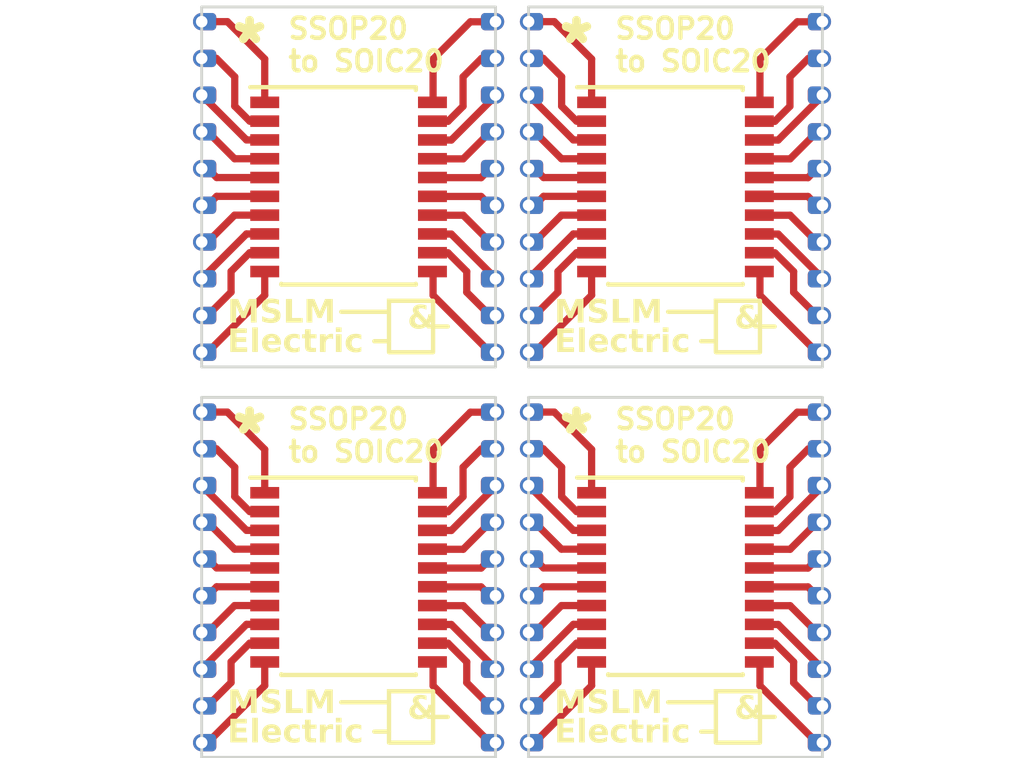
<source format=kicad_pcb>
(kicad_pcb (version 20221018) (generator pcbnew)
  (layers (0 "F.Cu" signal) (31 "B.Cu" signal) (34 "B.Paste" user) (35 "F.Paste" user) (36 "B.SilkS" user "B.Silkscreen") (37 "F.SilkS" user "F.Silkscreen") (38 "B.Mask" user) (39 "F.Mask" user) (44 "Edge.Cuts" user))
  (net 0 "")
  (footprint "MyLIBS:castellated_smdpad_soic2" (layer "F.Cu") (at 85.003 77.178)
    (fp_text reference "REF**" hide)
    (fp_text value "castellated_smdpad_soic2" hide)
  )
  (footprint "MyLIBS:castellated_smdpad_soic2" (layer "F.Cu") (at 75.859 102.108 180)
    (fp_text reference "REF**62" hide)
    (fp_text value "castellated_smdpad_soic2" hide)
  )
  (footprint "MyLIBS:castellated_smdpad_soic2" (layer "F.Cu") (at 73.7 83.528)
    (fp_text reference "REF**14" hide)
    (fp_text value "castellated_smdpad_soic2" hide)
  )
  (footprint "MyLIBS:bottforcastellated_smdpad_soic2" (layer "F.Cu") (at 64.277 102.108)
    (fp_text reference "REF**97" hide)
    (fp_text value "bottforcastellated_smdpad_soic2" hide)
  )
  (footprint "MyLIBS:castellated_smdpad_soic2" (layer "F.Cu") (at 85.003 99.568)
    (fp_text reference "REF**76" hide)
    (fp_text value "castellated_smdpad_soic2" hide)
  )
  (footprint "MyLIBS:castellated_smdpad_soic2" (layer "F.Cu") (at 64.556 86.068 180)
    (fp_text reference "REF**7" hide)
    (fp_text value "castellated_smdpad_soic2" hide)
  )
  (footprint "MyLIBS:castellated_smdpad_soic2" (layer "F.Cu") (at 73.7 77.178)
    (fp_text reference "REF**" hide)
    (fp_text value "castellated_smdpad_soic2" hide)
  )
  (footprint "MyLIBS:castellated_smdpad_soic2" (layer "F.Cu") (at 64.556 94.488 180)
    (fp_text reference "REF**49" hide)
    (fp_text value "castellated_smdpad_soic2" hide)
  )
  (footprint "MyLIBS:bottforcastellated_smdpad_soic2" (layer "F.Cu") (at 75.58 79.718)
    (fp_text reference "REF**20" hide)
    (fp_text value "bottforcastellated_smdpad_soic2" hide)
  )
  (footprint "MyLIBS:castellated_smdpad_soic2" (layer "F.Cu") (at 75.859 98.298 180)
    (fp_text reference "REF**56" hide)
    (fp_text value "castellated_smdpad_soic2" hide)
  )
  (footprint "MyLIBS:bottforcastellated_smdpad_soic2" (layer "F.Cu") (at 73.979 82.258)
    (fp_text reference "REF**31" hide)
    (fp_text value "bottforcastellated_smdpad_soic2" hide)
  )
  (footprint "MyLIBS:castellated_smdpad_soic2" (layer "F.Cu") (at 73.7 93.218)
    (fp_text reference "REF**65" hide)
    (fp_text value "castellated_smdpad_soic2" hide)
  )
  (footprint "MyLIBS:castellated_smdpad_soic2" (layer "F.Cu") (at 64.556 77.178 180)
    (fp_text reference "REF**" hide)
    (fp_text value "castellated_smdpad_soic2" hide)
  )
  (footprint "MyLIBS:bottforcastellated_smdpad_soic2" (layer "F.Cu") (at 85.282 93.218)
    (fp_text reference "REF**102" hide)
    (fp_text value "bottforcastellated_smdpad_soic2" hide)
  )
  (footprint "MyLIBS:bottforcastellated_smdpad_soic2" (layer "F.Cu") (at 73.979 98.298)
    (fp_text reference "REF**109" hide)
    (fp_text value "bottforcastellated_smdpad_soic2" hide)
  )
  (footprint "MyLIBS:castellated_smdpad_soic2" (layer "F.Cu") (at 75.859 93.218 180)
    (fp_text reference "REF**48" hide)
    (fp_text value "castellated_smdpad_soic2" hide)
  )
  (footprint "MyLIBS:bottforcastellated_smdpad_soic2" (layer "F.Cu") (at 85.282 97.028)
    (fp_text reference "REF**108" hide)
    (fp_text value "bottforcastellated_smdpad_soic2" hide)
  )
  (footprint "MyLIBS:castellated_smdpad_soic2" (layer "F.Cu") (at 73.7 97.028)
    (fp_text reference "REF**71" hide)
    (fp_text value "castellated_smdpad_soic2" hide)
  )
  (footprint "MyLIBS:castellated_smdpad_soic2" (layer "F.Cu") (at 64.556 84.798 180)
    (fp_text reference "REF**6" hide)
    (fp_text value "castellated_smdpad_soic2" hide)
  )
  (footprint "MyLIBS:castellated_smdpad_soic2" (layer "F.Cu") (at 75.859 79.718 180)
    (fp_text reference "REF**2" hide)
    (fp_text value "castellated_smdpad_soic2" hide)
  )
  (footprint "MyLIBS:castellated_smdpad_soic2" (layer "F.Cu") (at 64.556 80.988 180)
    (fp_text reference "REF**3" hide)
    (fp_text value "castellated_smdpad_soic2" hide)
  )
  (footprint "MyLIBS:castellated_smdpad_soic2" (layer "F.Cu") (at 75.859 90.678 180)
    (fp_text reference "REF**42" hide)
    (fp_text value "castellated_smdpad_soic2" hide)
  )
  (footprint "MyLIBS:bottforcastellated_smdpad_soic2" (layer "F.Cu") (at 64.277 77.178)
    (fp_text reference "REF**" hide)
    (fp_text value "bottforcastellated_smdpad_soic2" hide)
  )
  (footprint "MyLIBS:bottforcastellated_smdpad_soic2" (layer "F.Cu") (at 73.979 102.108)
    (fp_text reference "REF**115" hide)
    (fp_text value "bottforcastellated_smdpad_soic2" hide)
  )
  (footprint "MyLIBS:castellated_smdpad_soic2" (layer "F.Cu") (at 64.556 102.108 180)
    (fp_text reference "REF**61" hide)
    (fp_text value "castellated_smdpad_soic2" hide)
  )
  (footprint "MyLIBS:castellated_smdpad_soic2" (layer "F.Cu") (at 73.7 99.568)
    (fp_text reference "REF**75" hide)
    (fp_text value "castellated_smdpad_soic2" hide)
  )
  (footprint "MyLIBS:castellated_smdpad_soic2" (layer "F.Cu") (at 73.7 82.258)
    (fp_text reference "REF**13" hide)
    (fp_text value "castellated_smdpad_soic2" hide)
  )
  (footprint "MyLIBS:bottforcastellated_smdpad_soic2" (layer "F.Cu") (at 75.58 87.338)
    (fp_text reference "REF**26" hide)
    (fp_text value "bottforcastellated_smdpad_soic2" hide)
  )
  (footprint "MyLIBS:castellated_smdpad_soic2" (layer "F.Cu") (at 85.003 86.068)
    (fp_text reference "REF**16" hide)
    (fp_text value "castellated_smdpad_soic2" hide)
  )
  (footprint "MyLIBS:castellated_smdpad_soic2" (layer "F.Cu") (at 73.7 78.448)
    (fp_text reference "REF**10" hide)
    (fp_text value "castellated_smdpad_soic2" hide)
  )
  (footprint "MyLIBS:bottforcastellated_smdpad_soic2" (layer "F.Cu") (at 73.979 94.488)
    (fp_text reference "REF**103" hide)
    (fp_text value "bottforcastellated_smdpad_soic2" hide)
  )
  (footprint "MyLIBS:castellated_smdpad_soic2" (layer "F.Cu") (at 73.7 94.488)
    (fp_text reference "REF**67" hide)
    (fp_text value "castellated_smdpad_soic2" hide)
  )
  (footprint "MyLIBS:castellated_smdpad_soic2" (layer "F.Cu") (at 75.859 80.988 180)
    (fp_text reference "REF**3" hide)
    (fp_text value "castellated_smdpad_soic2" hide)
  )
  (footprint "MyLIBS:bottforcastellated_smdpad_soic2" (layer "F.Cu") (at 85.282 78.448)
    (fp_text reference "REF**28" hide)
    (fp_text value "bottforcastellated_smdpad_soic2" hide)
  )
  (footprint "MyLIBS:bottforcastellated_smdpad_soic2" (layer "F.Cu") (at 64.277 80.988)
    (fp_text reference "REF**21" hide)
    (fp_text value "bottforcastellated_smdpad_soic2" hide)
  )
  (footprint "MyLIBS:bottforcastellated_smdpad_soic2" (layer "F.Cu") (at 85.282 102.108)
    (fp_text reference "REF**116" hide)
    (fp_text value "bottforcastellated_smdpad_soic2" hide)
  )
  (footprint "MyLIBS:bottforcastellated_smdpad_soic2" (layer "F.Cu") (at 75.58 93.218)
    (fp_text reference "REF**84" hide)
    (fp_text value "bottforcastellated_smdpad_soic2" hide)
  )
  (footprint "MyLIBS:bottforcastellated_smdpad_soic2" (layer "F.Cu") (at 75.58 98.298)
    (fp_text reference "REF**92" hide)
    (fp_text value "bottforcastellated_smdpad_soic2" hide)
  )
  (footprint "MyLIBS:castellated_smdpad_soic2" (layer "F.Cu") (at 85.003 102.108)
    (fp_text reference "REF**80" hide)
    (fp_text value "castellated_smdpad_soic2" hide)
  )
  (footprint "MyLIBS:castellated_smdpad_soic2" (layer "F.Cu") (at 73.7 91.948)
    (fp_text reference "REF**63" hide)
    (fp_text value "castellated_smdpad_soic2" hide)
  )
  (footprint "MyLIBS:castellated_smdpad_soic2" (layer "F.Cu") (at 85.003 87.338)
    (fp_text reference "REF**17" hide)
    (fp_text value "castellated_smdpad_soic2" hide)
  )
  (footprint "MyLIBS:castellated_smdpad_soic2" (layer "F.Cu") (at 73.7 84.798)
    (fp_text reference "REF**15" hide)
    (fp_text value "castellated_smdpad_soic2" hide)
  )
  (footprint "MyLIBS:castellated_smdpad_soic2" (layer "F.Cu") (at 85.003 100.838)
    (fp_text reference "REF**78" hide)
    (fp_text value "castellated_smdpad_soic2" hide)
  )
  (footprint "MyLIBS:bottforcastellated_smdpad_soic2" (layer "F.Cu") (at 73.979 80.988)
    (fp_text reference "REF**30" hide)
    (fp_text value "bottforcastellated_smdpad_soic2" hide)
  )
  (footprint "MyLIBS:bottforcastellated_smdpad_soic2" (layer "F.Cu") (at 64.277 100.838)
    (fp_text reference "REF**95" hide)
    (fp_text value "bottforcastellated_smdpad_soic2" hide)
  )
  (footprint "MyLIBS:castellated_smdpad_soic2" (layer "F.Cu") (at 64.556 91.948 180)
    (fp_text reference "REF**45" hide)
    (fp_text value "castellated_smdpad_soic2" hide)
  )
  (footprint "MyLIBS:castellated_smdpad_soic2" (layer "F.Cu") (at 85.003 97.028)
    (fp_text reference "REF**72" hide)
    (fp_text value "castellated_smdpad_soic2" hide)
  )
  (footprint "MyLIBS:bottforcastellated_smdpad_soic2" (layer "F.Cu") (at 75.58 91.948)
    (fp_text reference "REF**82" hide)
    (fp_text value "bottforcastellated_smdpad_soic2" hide)
  )
  (footprint "MyLIBS:bottforcastellated_smdpad_soic2" (layer "F.Cu") (at 85.282 84.798)
    (fp_text reference "REF**33" hide)
    (fp_text value "bottforcastellated_smdpad_soic2" hide)
  )
  (footprint "MyLIBS:bottforcastellated_smdpad_soic2" (layer "F.Cu") (at 85.282 91.948)
    (fp_text reference "REF**100" hide)
    (fp_text value "bottforcastellated_smdpad_soic2" hide)
  )
  (footprint "MyLIBS:castellated_smdpad_soic2" (layer "F.Cu") (at 64.556 98.298 180)
    (fp_text reference "REF**55" hide)
    (fp_text value "castellated_smdpad_soic2" hide)
  )
  (footprint "MyLIBS:castellated_smdpad_soic2" (layer "F.Cu") (at 75.859 77.178 180)
    (fp_text reference "REF**" hide)
    (fp_text value "castellated_smdpad_soic2" hide)
  )
  (footprint "MyLIBS:castellated_smdpad_soic2" (layer "F.Cu") (at 85.003 82.258)
    (fp_text reference "REF**13" hide)
    (fp_text value "castellated_smdpad_soic2" hide)
  )
  (footprint "MyLIBS:castellated_smdpad_soic2" (layer "F.Cu") (at 75.859 78.448 180)
    (fp_text reference "REF**1" hide)
    (fp_text value "castellated_smdpad_soic2" hide)
  )
  (footprint "Package_SO:SSOP-20_4.4x6.5mm_P0.65mm" (layer "F.Cu") (at 80.431 82.893)
    (fp_text reference "DD2" hide)
    (fp_text value "SSOP-20_4.4x6.5mm_P0.65mm")
  )
  (footprint "MyLIBS:castellated_smdpad_soic2" (layer "F.Cu") (at 73.7 90.678)
    (fp_text reference "REF**39" hide)
    (fp_text value "castellated_smdpad_soic2" hide)
  )
  (footprint "MyLIBS:castellated_smdpad_soic2" (layer "F.Cu") (at 75.859 83.528 180)
    (fp_text reference "REF**5" hide)
    (fp_text value "castellated_smdpad_soic2" hide)
  )
  (footprint "MyLIBS:bottforcastellated_smdpad_soic2" (layer "F.Cu") (at 75.58 95.758)
    (fp_text reference "REF**88" hide)
    (fp_text value "bottforcastellated_smdpad_soic2" hide)
  )
  (footprint "MyLIBS:castellated_smdpad_soic2" (layer "F.Cu") (at 73.7 87.338)
    (fp_text reference "REF**17" hide)
    (fp_text value "castellated_smdpad_soic2" hide)
  )
  (footprint "MyLIBS:castellated_smdpad_soic2" (layer "F.Cu") (at 85.003 98.298)
    (fp_text reference "REF**74" hide)
    (fp_text value "castellated_smdpad_soic2" hide)
  )
  (footprint "MyLIBS:castellated_smdpad_soic2" (layer "F.Cu") (at 75.859 88.608 180)
    (fp_text reference "REF**9" hide)
    (fp_text value "castellated_smdpad_soic2" hide)
  )
  (footprint "MyLIBS:castellated_smdpad_soic2" (layer "F.Cu") (at 75.859 100.838 180)
    (fp_text reference "REF**60" hide)
    (fp_text value "castellated_smdpad_soic2" hide)
  )
  (footprint "MyLIBS:bottforcastellated_smdpad_soic2" (layer "F.Cu") (at 64.277 98.298)
    (fp_text reference "REF**91" hide)
    (fp_text value "bottforcastellated_smdpad_soic2" hide)
  )
  (footprint "MyLIBS:castellated_smdpad_soic2" (layer "F.Cu") (at 64.556 82.258 180)
    (fp_text reference "REF**4" hide)
    (fp_text value "castellated_smdpad_soic2" hide)
  )
  (footprint "MyLIBS:castellated_smdpad_soic2" (layer "F.Cu") (at 75.859 99.568 180)
    (fp_text reference "REF**58" hide)
    (fp_text value "castellated_smdpad_soic2" hide)
  )
  (footprint "MyLIBS:bottforcastellated_smdpad_soic2" (layer "F.Cu") (at 85.282 79.718)
    (fp_text reference "REF**29" hide)
    (fp_text value "bottforcastellated_smdpad_soic2" hide)
  )
  (footprint "MyLIBS:castellated_smdpad_soic2" (layer "F.Cu") (at 64.556 78.448 180)
    (fp_text reference "REF**1" hide)
    (fp_text value "castellated_smdpad_soic2" hide)
  )
  (footprint "MyLIBS:bottforcastellated_smdpad_soic2" (layer "F.Cu") (at 64.277 79.718)
    (fp_text reference "REF**20" hide)
    (fp_text value "bottforcastellated_smdpad_soic2" hide)
  )
  (footprint "MyLIBS:bottforcastellated_smdpad_soic2" (layer "F.Cu") (at 75.58 100.838)
    (fp_text reference "REF**96" hide)
    (fp_text value "bottforcastellated_smdpad_soic2" hide)
  )
  (footprint "MyLIBS:castellated_smdpad_soic2" (layer "F.Cu") (at 73.7 88.608)
    (fp_text reference "REF**18" hide)
    (fp_text value "castellated_smdpad_soic2" hide)
  )
  (footprint "MyLIBS:castellated_smdpad_soic2" (layer "F.Cu") (at 64.556 88.608 180)
    (fp_text reference "REF**9" hide)
    (fp_text value "castellated_smdpad_soic2" hide)
  )
  (footprint "MyLIBS:bottforcastellated_smdpad_soic2" (layer "F.Cu") (at 64.277 90.678)
    (fp_text reference "REF**37" hide)
    (fp_text value "bottforcastellated_smdpad_soic2" hide)
  )
  (footprint "MyLIBS:castellated_smdpad_soic2" (layer "F.Cu") (at 64.556 79.718 180)
    (fp_text reference "REF**2" hide)
    (fp_text value "castellated_smdpad_soic2" hide)
  )
  (footprint "MyLIBS:castellated_smdpad_soic2" (layer "F.Cu") (at 85.003 84.798)
    (fp_text reference "REF**15" hide)
    (fp_text value "castellated_smdpad_soic2" hide)
  )
  (footprint "MyLIBS:bottforcastellated_smdpad_soic2" (layer "F.Cu") (at 75.58 78.448)
    (fp_text reference "REF**19" hide)
    (fp_text value "bottforcastellated_smdpad_soic2" hide)
  )
  (footprint "MyLIBS:bottforcastellated_smdpad_soic2" (layer "F.Cu") (at 75.58 97.028)
    (fp_text reference "REF**90" hide)
    (fp_text value "bottforcastellated_smdpad_soic2" hide)
  )
  (footprint "MyLIBS:castellated_smdpad_soic2" (layer "F.Cu") (at 64.556 97.028 180)
    (fp_text reference "REF**53" hide)
    (fp_text value "castellated_smdpad_soic2" hide)
  )
  (footprint "MyLIBS:castellated_smdpad_soic2" (layer "F.Cu") (at 85.003 90.678)
    (fp_text reference "REF**43" hide)
    (fp_text value "castellated_smdpad_soic2" hide)
  )
  (footprint "MyLIBS:bottforcastellated_smdpad_soic2" (layer "F.Cu") (at 73.979 77.178)
    (fp_text reference "REF**" hide)
    (fp_text value "bottforcastellated_smdpad_soic2" hide)
  )
  (footprint "MyLIBS:bottforcastellated_smdpad_soic2" (layer "F.Cu") (at 73.979 87.338)
    (fp_text reference "REF**35" hide)
    (fp_text value "bottforcastellated_smdpad_soic2" hide)
  )
  (footprint "MyLIBS:castellated_smdpad_soic2" (layer "F.Cu") (at 73.7 95.758)
    (fp_text reference "REF**69" hide)
    (fp_text value "castellated_smdpad_soic2" hide)
  )
  (footprint "MyLIBS:castellated_smdpad_soic2" (layer "F.Cu") (at 64.556 87.338 180)
    (fp_text reference "REF**8" hide)
    (fp_text value "castellated_smdpad_soic2" hide)
  )
  (footprint "MyLIBS:bottforcastellated_smdpad_soic2" (layer "F.Cu") (at 73.979 88.608)
    (fp_text reference "REF**36" hide)
    (fp_text value "bottforcastellated_smdpad_soic2" hide)
  )
  (footprint "MyLIBS:bottforcastellated_smdpad_soic2" (layer "F.Cu") (at 73.979 86.068)
    (fp_text reference "REF**34" hide)
    (fp_text value "bottforcastellated_smdpad_soic2" hide)
  )
  (footprint "MyLIBS:castellated_smdpad_soic2" (layer "F.Cu") (at 64.556 83.528 180)
    (fp_text reference "REF**5" hide)
    (fp_text value "castellated_smdpad_soic2" hide)
  )
  (footprint "MyLIBS:bottforcastellated_smdpad_soic2" (layer "F.Cu") (at 64.277 82.258)
    (fp_text reference "REF**22" hide)
    (fp_text value "bottforcastellated_smdpad_soic2" hide)
  )
  (footprint "MyLIBS:bottforcastellated_smdpad_soic2" (layer "F.Cu") (at 64.277 95.758)
    (fp_text reference "REF**87" hide)
    (fp_text value "bottforcastellated_smdpad_soic2" hide)
  )
  (footprint "MyLIBS:castellated_smdpad_soic2" (layer "F.Cu") (at 85.003 88.608)
    (fp_text reference "REF**18" hide)
    (fp_text value "castellated_smdpad_soic2" hide)
  )
  (footprint "MyLIBS:bottforcastellated_smdpad_soic2" (layer "F.Cu") (at 64.277 91.948)
    (fp_text reference "REF**81" hide)
    (fp_text value "bottforcastellated_smdpad_soic2" hide)
  )
  (footprint "MyLIBS:bottforcastellated_smdpad_soic2" (layer "F.Cu") (at 75.58 83.528)
    (fp_text reference "REF**23" hide)
    (fp_text value "bottforcastellated_smdpad_soic2" hide)
  )
  (footprint "MyLIBS:bottforcastellated_smdpad_soic2" (layer "F.Cu") (at 85.282 100.838)
    (fp_text reference "REF**114" hide)
    (fp_text value "bottforcastellated_smdpad_soic2" hide)
  )
  (footprint "MyLIBS:bottforcastellated_smdpad_soic2" (layer "F.Cu") (at 75.58 90.678)
    (fp_text reference "REF**41" hide)
    (fp_text value "bottforcastellated_smdpad_soic2" hide)
  )
  (footprint "MyLIBS:bottforcastellated_smdpad_soic2" (layer "F.Cu") (at 64.277 99.568)
    (fp_text reference "REF**93" hide)
    (fp_text value "bottforcastellated_smdpad_soic2" hide)
  )
  (footprint "MyLIBS:castellated_smdpad_soic2" (layer "F.Cu") (at 64.556 99.568 180)
    (fp_text reference "REF**57" hide)
    (fp_text value "castellated_smdpad_soic2" hide)
  )
  (footprint "MyLIBS:castellated_smdpad_soic2" (layer "F.Cu") (at 75.859 91.948 180)
    (fp_text reference "REF**46" hide)
    (fp_text value "castellated_smdpad_soic2" hide)
  )
  (footprint "MyLIBS:castellated_smdpad_soic2" (layer "F.Cu") (at 75.859 87.338 180)
    (fp_text reference "REF**8" hide)
    (fp_text value "castellated_smdpad_soic2" hide)
  )
  (footprint "MyLIBS:bottforcastellated_smdpad_soic2" (layer "F.Cu") (at 73.979 91.948)
    (fp_text reference "REF**99" hide)
    (fp_text value "bottforcastellated_smdpad_soic2" hide)
  )
  (footprint "MyLIBS:bottforcastellated_smdpad_soic2" (layer "F.Cu") (at 73.979 84.798)
    (fp_text reference "REF**33" hide)
    (fp_text value "bottforcastellated_smdpad_soic2" hide)
  )
  (footprint "MyLIBS:bottforcastellated_smdpad_soic2" (layer "F.Cu") (at 73.979 97.028)
    (fp_text reference "REF**107" hide)
    (fp_text value "bottforcastellated_smdpad_soic2" hide)
  )
  (footprint "MyLIBS:bottforcastellated_smdpad_soic2" (layer "F.Cu") (at 64.277 84.798)
    (fp_text reference "REF**24" hide)
    (fp_text value "bottforcastellated_smdpad_soic2" hide)
  )
  (footprint "MyLIBS:castellated_smdpad_soic2" (layer "F.Cu") (at 85.003 83.528)
    (fp_text reference "REF**14" hide)
    (fp_text value "castellated_smdpad_soic2" hide)
  )
  (footprint "MyLIBS:bottforcastellated_smdpad_soic2" (layer "F.Cu") (at 85.282 82.258)
    (fp_text reference "REF**31" hide)
    (fp_text value "bottforcastellated_smdpad_soic2" hide)
  )
  (footprint "MyLIBS:bottforcastellated_smdpad_soic2" (layer "F.Cu") (at 73.979 90.678)
    (fp_text reference "REF**40" hide)
    (fp_text value "bottforcastellated_smdpad_soic2" hide)
  )
  (footprint "MyLIBS:castellated_smdpad_soic2" (layer "F.Cu") (at 85.003 94.488)
    (fp_text reference "REF**68" hide)
    (fp_text value "castellated_smdpad_soic2" hide)
  )
  (footprint "MyLIBS:bottforcastellated_smdpad_soic2" (layer "F.Cu") (at 75.58 77.178)
    (fp_text reference "REF**" hide)
    (fp_text value "bottforcastellated_smdpad_soic2" hide)
  )
  (footprint "MyLIBS:bottforcastellated_smdpad_soic2" (layer "F.Cu") (at 85.282 88.608)
    (fp_text reference "REF**36" hide)
    (fp_text value "bottforcastellated_smdpad_soic2" hide)
  )
  (footprint "MyLIBS:castellated_smdpad_soic2" (layer "F.Cu") (at 85.003 78.448)
    (fp_text reference "REF**10" hide)
    (fp_text value "castellated_smdpad_soic2" hide)
  )
  (footprint "MyLIBS:bottforcastellated_smdpad_soic2" (layer "F.Cu") (at 75.58 80.988)
    (fp_text reference "REF**21" hide)
    (fp_text value "bottforcastellated_smdpad_soic2" hide)
  )
  (footprint "MyLIBS:bottforcastellated_smdpad_soic2" (layer "F.Cu") (at 85.282 99.568)
    (fp_text reference "REF**112" hide)
    (fp_text value "bottforcastellated_smdpad_soic2" hide)
  )
  (footprint "MyLIBS:castellated_smdpad_soic2" (layer "F.Cu") (at 73.7 86.068)
    (fp_text reference "REF**16" hide)
    (fp_text value "castellated_smdpad_soic2" hide)
  )
  (footprint "MyLIBS:bottforcastellated_smdpad_soic2" (layer "F.Cu") (at 64.277 78.448)
    (fp_text reference "REF**19" hide)
    (fp_text value "bottforcastellated_smdpad_soic2" hide)
  )
  (footprint "MyLIBS:bottforcastellated_smdpad_soic2" (layer "F.Cu") (at 75.58 86.068)
    (fp_text reference "REF**25" hide)
    (fp_text value "bottforcastellated_smdpad_soic2" hide)
  )
  (footprint "MyLIBS:castellated_smdpad_soic2" (layer "F.Cu") (at 75.859 97.028 180)
    (fp_text reference "REF**54" hide)
    (fp_text value "castellated_smdpad_soic2" hide)
  )
  (footprint "MyLIBS:castellated_smdpad_soic2" (layer "F.Cu") (at 85.003 91.948)
    (fp_text reference "REF**64" hide)
    (fp_text value "castellated_smdpad_soic2" hide)
  )
  (footprint "MyLIBS:bottforcastellated_smdpad_soic2" (layer "F.Cu") (at 75.58 94.488)
    (fp_text reference "REF**86" hide)
    (fp_text value "bottforcastellated_smdpad_soic2" hide)
  )
  (footprint "MyLIBS:castellated_smdpad_soic2" (layer "F.Cu") (at 64.556 95.758 180)
    (fp_text reference "REF**51" hide)
    (fp_text value "castellated_smdpad_soic2" hide)
  )
  (footprint "MyLIBS:bottforcastellated_smdpad_soic2" (layer "F.Cu") (at 73.979 95.758)
    (fp_text reference "REF**105" hide)
    (fp_text value "bottforcastellated_smdpad_soic2" hide)
  )
  (footprint "Package_SO:SSOP-20_4.4x6.5mm_P0.65mm" (layer "F.Cu") (at 69.128 82.893)
    (fp_text reference "DD1" hide)
    (fp_text value "SSOP-20_4.4x6.5mm_P0.65mm")
  )
  (footprint "MyLIBS:castellated_smdpad_soic2" (layer "F.Cu") (at 85.003 93.218)
    (fp_text reference "REF**66" hide)
    (fp_text value "castellated_smdpad_soic2" hide)
  )
  (footprint "MyLIBS:castellated_smdpad_soic2" (layer "F.Cu") (at 75.859 82.258 180)
    (fp_text reference "REF**4" hide)
    (fp_text value "castellated_smdpad_soic2" hide)
  )
  (footprint "MyLIBS:castellated_smdpad_soic2" (layer "F.Cu") (at 75.859 94.488 180)
    (fp_text reference "REF**50" hide)
    (fp_text value "castellated_smdpad_soic2" hide)
  )
  (footprint "Package_SO:SSOP-20_4.4x6.5mm_P0.65mm" (layer "F.Cu") (at 80.431 96.393)
    (fp_text reference "DD4" hide)
    (fp_text value "SSOP-20_4.4x6.5mm_P0.65mm")
  )
  (footprint "MyLIBS:castellated_smdpad_soic2" (layer "F.Cu") (at 73.7 80.988)
    (fp_text reference "REF**12" hide)
    (fp_text value "castellated_smdpad_soic2" hide)
  )
  (footprint "MyLIBS:bottforcastellated_smdpad_soic2" (layer "F.Cu") (at 85.282 95.758)
    (fp_text reference "REF**106" hide)
    (fp_text value "bottforcastellated_smdpad_soic2" hide)
  )
  (footprint "MyLIBS:castellated_smdpad_soic2" (layer "F.Cu") (at 75.859 95.758 180)
    (fp_text reference "REF**52" hide)
    (fp_text value "castellated_smdpad_soic2" hide)
  )
  (footprint "MyLIBS:bottforcastellated_smdpad_soic2" (layer "F.Cu") (at 75.58 84.798)
    (fp_text reference "REF**24" hide)
    (fp_text value "bottforcastellated_smdpad_soic2" hide)
  )
  (footprint "MyLIBS:bottforcastellated_smdpad_soic2" (layer "F.Cu") (at 73.979 78.448)
    (fp_text reference "REF**28" hide)
    (fp_text value "bottforcastellated_smdpad_soic2" hide)
  )
  (footprint "MyLIBS:bottforcastellated_smdpad_soic2" (layer "F.Cu") (at 64.277 88.608)
    (fp_text reference "REF**27" hide)
    (fp_text value "bottforcastellated_smdpad_soic2" hide)
  )
  (footprint "MyLIBS:bottforcastellated_smdpad_soic2" (layer "F.Cu") (at 73.979 93.218)
    (fp_text reference "REF**101" hide)
    (fp_text value "bottforcastellated_smdpad_soic2" hide)
  )
  (footprint "MyLIBS:castellated_smdpad_soic2" (layer "F.Cu") (at 64.556 100.838 180)
    (fp_text reference "REF**59" hide)
    (fp_text value "castellated_smdpad_soic2" hide)
  )
  (footprint "Package_SO:SSOP-20_4.4x6.5mm_P0.65mm" (layer "F.Cu") (at 69.128 96.393)
    (fp_text reference "DD3" hide)
    (fp_text value "SSOP-20_4.4x6.5mm_P0.65mm")
  )
  (footprint "MyLIBS:bottforcastellated_smdpad_soic2" (layer "F.Cu") (at 85.282 80.988)
    (fp_text reference "REF**30" hide)
    (fp_text value "bottforcastellated_smdpad_soic2" hide)
  )
  (footprint "MyLIBS:castellated_smdpad_soic2" (layer "F.Cu") (at 73.7 102.108)
    (fp_text reference "REF**79" hide)
    (fp_text value "castellated_smdpad_soic2" hide)
  )
  (footprint "MyLIBS:bottforcastellated_smdpad_soic2" (layer "F.Cu") (at 64.277 87.338)
    (fp_text reference "REF**26" hide)
    (fp_text value "bottforcastellated_smdpad_soic2" hide)
  )
  (footprint "MyLIBS:bottforcastellated_smdpad_soic2" (layer "F.Cu") (at 64.277 86.068)
    (fp_text reference "REF**25" hide)
    (fp_text value "bottforcastellated_smdpad_soic2" hide)
  )
  (footprint "MyLIBS:bottforcastellated_smdpad_soic2" (layer "F.Cu") (at 73.979 99.568)
    (fp_text reference "REF**111" hide)
    (fp_text value "bottforcastellated_smdpad_soic2" hide)
  )
  (footprint "MyLIBS:bottforcastellated_smdpad_soic2" (layer "F.Cu") (at 75.58 82.258)
    (fp_text reference "REF**22" hide)
    (fp_text value "bottforcastellated_smdpad_soic2" hide)
  )
  (footprint "MyLIBS:bottforcastellated_smdpad_soic2" (layer "F.Cu") (at 64.277 97.028)
    (fp_text reference "REF**89" hide)
    (fp_text value "bottforcastellated_smdpad_soic2" hide)
  )
  (footprint "MyLIBS:bottforcastellated_smdpad_soic2" (layer "F.Cu") (at 75.58 99.568)
    (fp_text reference "REF**94" hide)
    (fp_text value "bottforcastellated_smdpad_soic2" hide)
  )
  (footprint "MyLIBS:castellated_smdpad_soic2" (layer "F.Cu") (at 64.556 93.218 180)
    (fp_text reference "REF**47" hide)
    (fp_text value "castellated_smdpad_soic2" hide)
  )
  (footprint "MyLIBS:castellated_smdpad_soic2" (layer "F.Cu") (at 73.7 100.838)
    (fp_text reference "REF**77" hide)
    (fp_text value "castellated_smdpad_soic2" hide)
  )
  (footprint "MyLIBS:castellated_smdpad_soic2" (layer "F.Cu") (at 85.003 80.988)
    (fp_text reference "REF**12" hide)
    (fp_text value "castellated_smdpad_soic2" hide)
  )
  (footprint "MyLIBS:bottforcastellated_smdpad_soic2" (layer "F.Cu") (at 64.277 94.488)
    (fp_text reference "REF**85" hide)
    (fp_text value "bottforcastellated_smdpad_soic2" hide)
  )
  (footprint "MyLIBS:bottforcastellated_smdpad_soic2" (layer "F.Cu") (at 73.979 79.718)
    (fp_text reference "REF**29" hide)
    (fp_text value "bottforcastellated_smdpad_soic2" hide)
  )
  (footprint "MyLIBS:castellated_smdpad_soic2" (layer "F.Cu") (at 85.003 95.758)
    (fp_text reference "REF**70" hide)
    (fp_text value "castellated_smdpad_soic2" hide)
  )
  (footprint "MyLIBS:bottforcastellated_smdpad_soic2" (layer "F.Cu") (at 64.277 93.218)
    (fp_text reference "REF**83" hide)
    (fp_text value "bottforcastellated_smdpad_soic2" hide)
  )
  (footprint "MyLIBS:castellated_smdpad_soic2" (layer "F.Cu") (at 73.7 98.298)
    (fp_text reference "REF**73" hide)
    (fp_text value "castellated_smdpad_soic2" hide)
  )
  (footprint "MyLIBS:bottforcastellated_smdpad_soic2" (layer "F.Cu") (at 73.979 83.528)
    (fp_text reference "REF**32" hide)
    (fp_text value "bottforcastellated_smdpad_soic2" hide)
  )
  (footprint "MyLIBS:bottforcastellated_smdpad_soic2" (layer "F.Cu") (at 85.282 83.528)
    (fp_text reference "REF**32" hide)
    (fp_text value "bottforcastellated_smdpad_soic2" hide)
  )
  (footprint "MyLIBS:bottforcastellated_smdpad_soic2" (layer "F.Cu") (at 85.282 77.178)
    (fp_text reference "REF**" hide)
    (fp_text value "bottforcastellated_smdpad_soic2" hide)
  )
  (footprint "MyLIBS:castellated_smdpad_soic2" (layer "F.Cu") (at 73.7 79.718)
    (fp_text reference "REF**11" hide)
    (fp_text value "castellated_smdpad_soic2" hide)
  )
  (footprint "MyLIBS:bottforcastellated_smdpad_soic2" (layer "F.Cu") (at 85.282 86.068)
    (fp_text reference "REF**34" hide)
    (fp_text value "bottforcastellated_smdpad_soic2" hide)
  )
  (footprint "MyLIBS:bottforcastellated_smdpad_soic2" (layer "F.Cu") (at 75.58 102.108)
    (fp_text reference "REF**98" hide)
    (fp_text value "bottforcastellated_smdpad_soic2" hide)
  )
  (footprint "MyLIBS:bottforcastellated_smdpad_soic2" (layer "F.Cu") (at 85.282 87.338)
    (fp_text reference "REF**35" hide)
    (fp_text value "bottforcastellated_smdpad_soic2" hide)
  )
  (footprint "MyLIBS:bottforcastellated_smdpad_soic2" (layer "F.Cu") (at 85.282 94.488)
    (fp_text reference "REF**104" hide)
    (fp_text value "bottforcastellated_smdpad_soic2" hide)
  )
  (footprint "MyLIBS:bottforcastellated_smdpad_soic2" (layer "F.Cu") (at 73.979 100.838)
    (fp_text reference "REF**113" hide)
    (fp_text value "bottforcastellated_smdpad_soic2" hide)
  )
  (footprint "MyLIBS:bottforcastellated_smdpad_soic2" (layer "F.Cu") (at 75.58 88.608)
    (fp_text reference "REF**27" hide)
    (fp_text value "bottforcastellated_smdpad_soic2" hide)
  )
  (footprint "MyLIBS:castellated_smdpad_soic2" (layer "F.Cu") (at 85.003 79.718)
    (fp_text reference "REF**11" hide)
    (fp_text value "castellated_smdpad_soic2" hide)
  )
  (footprint "MyLIBS:castellated_smdpad_soic2" (layer "F.Cu") (at 75.859 86.068 180)
    (fp_text reference "REF**7" hide)
    (fp_text value "castellated_smdpad_soic2" hide)
  )
  (footprint "MyLIBS:castellated_smdpad_soic2" (layer "F.Cu") (at 75.859 84.798 180)
    (fp_text reference "REF**6" hide)
    (fp_text value "castellated_smdpad_soic2" hide)
  )
  (footprint "MyLIBS:bottforcastellated_smdpad_soic2" (layer "F.Cu") (at 64.277 83.528)
    (fp_text reference "REF**23" hide)
    (fp_text value "bottforcastellated_smdpad_soic2" hide)
  )
  (footprint "MyLIBS:castellated_smdpad_soic2" (layer "F.Cu") (at 64.556 90.678 180)
    (fp_text reference "REF**38" hide)
    (fp_text value "castellated_smdpad_soic2" hide)
  )
  (footprint "MyLIBS:bottforcastellated_smdpad_soic2" (layer "F.Cu") (at 85.282 90.678)
    (fp_text reference "REF**44" hide)
    (fp_text value "bottforcastellated_smdpad_soic2" hide)
  )
  (footprint "MyLIBS:bottforcastellated_smdpad_soic2" (layer "F.Cu") (at 85.282 98.298)
    (fp_text reference "REF**110" hide)
    (fp_text value "bottforcastellated_smdpad_soic2" hide)
  )
  (gr_line (start 68.874 100.711) (end 70.525 100.711) (stroke (width 0.15)) (layer "F.SilkS"))
  (gr_line (start 70.017 88.227) (end 70.525 88.227) (stroke (width 0.15)) (layer "F.SilkS"))
  (gr_line (start 83.352 87.719) (end 83.86 87.719) (stroke (width 0.15)) (layer "F.SilkS"))
  (gr_line (start 72.049 101.219) (end 72.557 101.219) (stroke (width 0.15)) (layer "F.SilkS"))
  (gr_line (start 83.352 101.219) (end 83.86 101.219) (stroke (width 0.15)) (layer "F.SilkS"))
  (gr_line (start 70.017 101.727) (end 70.525 101.727) (stroke (width 0.15)) (layer "F.SilkS"))
  (gr_rect (start 81.828 100.33) (end 83.352 102.108) (stroke (width 0.15)) (fill none) (layer "F.SilkS"))
  (gr_rect (start 70.525 86.83) (end 72.049 88.608) (stroke (width 0.15)) (fill none) (layer "F.SilkS"))
  (gr_rect (start 70.525 100.33) (end 72.049 102.108) (stroke (width 0.15)) (fill none) (layer "F.SilkS"))
  (gr_line (start 72.049 87.719) (end 72.557 87.719) (stroke (width 0.15)) (layer "F.SilkS"))
  (gr_line (start 68.874 87.211) (end 70.525 87.211) (stroke (width 0.15)) (layer "F.SilkS"))
  (gr_line (start 80.177 100.711) (end 81.828 100.711) (stroke (width 0.15)) (layer "F.SilkS"))
  (gr_line (start 81.32 101.727) (end 81.828 101.727) (stroke (width 0.15)) (layer "F.SilkS"))
  (gr_line (start 80.177 87.211) (end 81.828 87.211) (stroke (width 0.15)) (layer "F.SilkS"))
  (gr_line (start 81.32 88.227) (end 81.828 88.227) (stroke (width 0.15)) (layer "F.SilkS"))
  (gr_rect (start 81.828 86.83) (end 83.352 88.608) (stroke (width 0.15)) (fill none) (layer "F.SilkS"))
  (gr_line (start 64.048 90.17) (end 64.048 90.678) (stroke (width 0.1)) (layer "Edge.Cuts"))
  (gr_line (start 75.351 89.116) (end 85.511 89.116) (stroke (width 0.1)) (layer "Edge.Cuts"))
  (gr_line (start 74.208 77.178) (end 74.208 76.67) (stroke (width 0.1)) (layer "Edge.Cuts"))
  (gr_line (start 75.351 102.489) (end 75.351 102.616) (stroke (width 0.1)) (layer "Edge.Cuts"))
  (gr_line (start 75.351 102.616) (end 85.511 102.616) (stroke (width 0.1)) (layer "Edge.Cuts"))
  (gr_line (start 64.048 76.67) (end 64.048 77.178) (stroke (width 0.1)) (layer "Edge.Cuts"))
  (gr_line (start 75.351 88.989) (end 75.351 89.116) (stroke (width 0.1)) (layer "Edge.Cuts"))
  (gr_line (start 85.511 77.178) (end 85.511 76.67) (stroke (width 0.1)) (layer "Edge.Cuts"))
  (gr_line (start 85.511 90.17) (end 75.351 90.17) (stroke (width 0.1)) (layer "Edge.Cuts"))
  (gr_line (start 85.511 89.116) (end 85.511 77.178) (stroke (width 0.1)) (layer "Edge.Cuts"))
  (gr_line (start 64.048 90.678) (end 64.048 102.108) (stroke (width 0.1)) (layer "Edge.Cuts"))
  (gr_line (start 64.048 77.178) (end 64.048 88.608) (stroke (width 0.1)) (layer "Edge.Cuts"))
  (gr_line (start 74.208 89.116) (end 74.208 77.178) (stroke (width 0.1)) (layer "Edge.Cuts"))
  (gr_line (start 64.048 89.116) (end 74.208 89.116) (stroke (width 0.1)) (layer "Edge.Cuts"))
  (gr_line (start 85.511 90.678) (end 85.511 90.17) (stroke (width 0.1)) (layer "Edge.Cuts"))
  (gr_line (start 85.511 102.616) (end 85.511 90.678) (stroke (width 0.1)) (layer "Edge.Cuts"))
  (gr_line (start 74.208 76.67) (end 64.048 76.67) (stroke (width 0.1)) (layer "Edge.Cuts"))
  (gr_line (start 75.351 88.608) (end 75.351 88.989) (stroke (width 0.1)) (layer "Edge.Cuts"))
  (gr_line (start 75.351 76.67) (end 75.351 77.178) (stroke (width 0.1)) (layer "Edge.Cuts"))
  (gr_line (start 85.511 76.67) (end 75.351 76.67) (stroke (width 0.1)) (layer "Edge.Cuts"))
  (gr_line (start 74.208 90.17) (end 64.048 90.17) (stroke (width 0.1)) (layer "Edge.Cuts"))
  (gr_line (start 64.048 88.989) (end 64.048 89.116) (stroke (width 0.1)) (layer "Edge.Cuts"))
  (gr_line (start 75.351 90.678) (end 75.351 102.108) (stroke (width 0.1)) (layer "Edge.Cuts"))
  (gr_line (start 75.351 77.178) (end 75.351 88.608) (stroke (width 0.1)) (layer "Edge.Cuts"))
  (gr_line (start 64.048 88.608) (end 64.048 88.989) (stroke (width 0.1)) (layer "Edge.Cuts"))
  (gr_line (start 64.048 102.489) (end 64.048 102.616) (stroke (width 0.1)) (layer "Edge.Cuts"))
  (gr_line (start 75.351 102.108) (end 75.351 102.489) (stroke (width 0.1)) (layer "Edge.Cuts"))
  (gr_line (start 74.208 102.616) (end 74.208 90.678) (stroke (width 0.1)) (layer "Edge.Cuts"))
  (gr_line (start 74.208 90.678) (end 74.208 90.17) (stroke (width 0.1)) (layer "Edge.Cuts"))
  (gr_line (start 64.048 102.108) (end 64.048 102.489) (stroke (width 0.1)) (layer "Edge.Cuts"))
  (gr_line (start 75.351 90.17) (end 75.351 90.678) (stroke (width 0.1)) (layer "Edge.Cuts"))
  (gr_line (start 64.048 102.616) (end 74.208 102.616) (stroke (width 0.1)) (layer "Edge.Cuts"))
  (gr_text "&" (at 71.16 101.4222) (layer "F.SilkS") (effects (font (size 0.8 0.8) (thickness 0.2) bold) (justify left bottom)))
  (gr_text "*" (at 76.24 78.829) (layer "F.SilkS") (effects (font (size 1.5 1.5) (thickness 0.3) bold) (justify left bottom)))
  (gr_text "*" (at 64.937 92.329) (layer "F.SilkS") (effects (font (size 1.5 1.5) (thickness 0.3) bold) (justify left bottom)))
  (gr_text "Electric" (at 76.24 88.735) (layer "F.SilkS") (effects (font (size 0.8 0.8) (thickness 0.16) bold) (justify left bottom)))
  (gr_text "Electric" (at 64.937 102.235) (layer "F.SilkS") (effects (font (size 0.8 0.8) (thickness 0.16) bold) (justify left bottom)))
  (gr_text "Electric" (at 64.937 88.735) (layer "F.SilkS") (effects (font (size 0.8 0.8) (thickness 0.16) bold) (justify left bottom)))
  (gr_text "&" (at 82.463 101.4222) (layer "F.SilkS") (effects (font (size 0.8 0.8) (thickness 0.2) bold) (justify left bottom)))
  (gr_text "&" (at 71.16 87.9222) (layer "F.SilkS") (effects (font (size 0.8 0.8) (thickness 0.2) bold) (justify left bottom)))
  (gr_text "SSOP20\nto SOIC20" (at 78.272 78.956) (layer "F.SilkS") (effects (font (size 0.7 0.7) (thickness 0.15) bold) (justify left bottom)))
  (gr_text "*" (at 64.937 78.829) (layer "F.SilkS") (effects (font (size 1.5 1.5) (thickness 0.3) bold) (justify left bottom)))
  (gr_text "SSOP20\nto SOIC20" (at 66.969 92.456) (layer "F.SilkS") (effects (font (size 0.7 0.7) (thickness 0.15) bold) (justify left bottom)))
  (gr_text "MSLM" (at 64.937 87.719) (layer "F.SilkS") (effects (font (size 0.8 0.8) (thickness 0.16) bold) (justify left bottom)))
  (gr_text "SSOP20\nto SOIC20" (at 66.969 78.956) (layer "F.SilkS") (effects (font (size 0.7 0.7) (thickness 0.15) bold) (justify left bottom)))
  (gr_text "&" (at 82.463 87.9222) (layer "F.SilkS") (effects (font (size 0.8 0.8) (thickness 0.2) bold) (justify left bottom)))
  (gr_text "*" (at 76.24 92.329) (layer "F.SilkS") (effects (font (size 1.5 1.5) (thickness 0.3) bold) (justify left bottom)))
  (gr_text "Electric" (at 76.24 102.235) (layer "F.SilkS") (effects (font (size 0.8 0.8) (thickness 0.16) bold) (justify left bottom)))
  (gr_text "MSLM" (at 76.24 101.219) (layer "F.SilkS") (effects (font (size 0.8 0.8) (thickness 0.16) bold) (justify left bottom)))
  (gr_text "MSLM" (at 76.24 87.719) (layer "F.SilkS") (effects (font (size 0.8 0.8) (thickness 0.16) bold) (justify left bottom)))
  (gr_text "SSOP20\nto SOIC20" (at 78.272 92.456) (layer "F.SilkS") (effects (font (size 0.7 0.7) (thickness 0.15) bold) (justify left bottom)))
  (gr_text "MSLM" (at 64.937 101.219) (layer "F.SilkS") (effects (font (size 0.8 0.8) (thickness 0.16) bold) (justify left bottom)))
  (segment (start 83.87 85.172) (end 84.516 85.818) (width 0.25) (layer "F.Cu") (net 0))
  (segment (start 84.389 79.087) (end 84.389 80.103) (width 0.25) (layer "F.Cu") (net 0))
  (segment (start 65.598 94.768) (end 66.228 94.768) (width 0.25) (layer "F.Cu") (net 0))
  (segment (start 77.531 98.668) (end 77.013 98.668) (width 0.25) (layer "F.Cu") (net 0))
  (segment (start 65.191 92.583) (end 65.191 93.599) (width 0.25) (layer "F.Cu") (net 0))
  (segment (start 84.516 100.034) (end 85.324 100.842) (width 0.25) (layer "F.Cu") (net 0))
  (segment (start 75.559 98.298) (end 76.489 97.368) (width 0.25) (layer "F.Cu") (net 0))
  (segment (start 74.021 84.802) (end 73.091 83.872) (width 0.25) (layer "F.Cu") (net 0))
  (segment (start 65.71 98.668) (end 65.064 99.314) (width 0.25) (layer "F.Cu") (net 0))
  (segment (start 76.489 83.868) (end 77.531 83.868) (width 0.25) (layer "F.Cu") (net 0))
  (segment (start 76.489 95.418) (end 77.531 95.418) (width 0.25) (layer "F.Cu") (net 0))
  (segment (start 75.869 83.218) (end 77.531 83.218) (width 0.25) (layer "F.Cu") (net 0))
  (segment (start 75.559 86.068) (end 75.559 85.86) (width 0.25) (layer "F.Cu") (net 0))
  (segment (start 73.711 82.572) (end 72.049 82.572) (width 0.25) (layer "F.Cu") (net 0))
  (segment (start 75.559 91.948) (end 75.859 91.948) (width 0.25) (layer "F.Cu") (net 0))
  (segment (start 74.021 99.572) (end 74.021 99.364) (width 0.25) (layer "F.Cu") (net 0))
  (segment (start 76.367 86.53) (end 75.559 87.338) (width 0.25) (layer "F.Cu") (net 0))
  (segment (start 75.869 96.068) (end 77.531 96.068) (width 0.25) (layer "F.Cu") (net 0))
  (segment (start 72.049 98.672) (end 72.567 98.672) (width 0.25) (layer "F.Cu") (net 0))
  (segment (start 64.256 97.028) (end 64.566 96.718) (width 0.25) (layer "F.Cu") (net 0))
  (segment (start 64.566 96.718) (end 66.228 96.718) (width 0.25) (layer "F.Cu") (net 0))
  (segment (start 84.516 85.818) (end 84.516 86.534) (width 0.25) (layer "F.Cu") (net 0))
  (segment (start 73.711 96.722) (end 72.049 96.722) (width 0.25) (layer "F.Cu") (net 0))
  (segment (start 83.87 94.122) (end 83.352 94.122) (width 0.25) (layer "F.Cu") (net 0))
  (segment (start 75.559 85.86) (end 76.901 84.518) (width 0.25) (layer "F.Cu") (net 0))
  (segment (start 65.064 85.814) (end 65.064 86.53) (width 0.25) (layer "F.Cu") (net 0))
  (segment (start 65.598 98.018) (end 66.228 98.018) (width 0.25) (layer "F.Cu") (net 0))
  (segment (start 64.566 96.068) (end 66.228 96.068) (width 0.25) (layer "F.Cu") (net 0))
  (segment (start 64.256 98.298) (end 65.186 97.368) (width 0.25) (layer "F.Cu") (net 0))
  (segment (start 73.086 79.087) (end 73.086 80.103) (width 0.25) (layer "F.Cu") (net 0))
  (segment (start 65.064 86.53) (end 64.256 87.338) (width 0.25) (layer "F.Cu") (net 0))
  (segment (start 74.021 90.682) (end 73.34 90.682) (width 0.25) (layer "F.Cu") (net 0))
  (segment (start 75.559 88.608) (end 77.531 86.636) (width 0.25) (layer "F.Cu") (net 0))
  (segment (start 76.901 94.768) (end 77.531 94.768) (width 0.25) (layer "F.Cu") (net 0))
  (segment (start 65.71 94.118) (end 66.228 94.118) (width 0.25) (layer "F.Cu") (net 0))
  (segment (start 64.256 99.568) (end 64.256 99.36) (width 0.25) (layer "F.Cu") (net 0))
  (segment (start 84.516 99.318) (end 84.516 100.034) (width 0.25) (layer "F.Cu") (net 0))
  (segment (start 83.982 84.522) (end 83.352 84.522) (width 0.25) (layer "F.Cu") (net 0))
  (segment (start 65.186 81.918) (end 66.228 81.918) (width 0.25) (layer "F.Cu") (net 0))
  (segment (start 74.021 88.612) (end 72.049 86.64) (width 0.25) (layer "F.Cu") (net 0))
  (segment (start 74.021 80.992) (end 73.091 81.922) (width 0.25) (layer "F.Cu") (net 0))
  (segment (start 72.567 94.122) (end 72.049 94.122) (width 0.25) (layer "F.Cu") (net 0))
  (segment (start 76.367 100.03) (end 75.559 100.838) (width 0.25) (layer "F.Cu") (net 0))
  (segment (start 77.531 86.636) (end 77.531 85.818) (width 0.25) (layer "F.Cu") (net 0))
  (segment (start 84.389 92.587) (end 84.389 93.603) (width 0.25) (layer "F.Cu") (net 0))
  (segment (start 64.256 99.36) (end 65.598 98.018) (width 0.25) (layer "F.Cu") (net 0))
  (segment (start 85.324 99.572) (end 85.324 99.364) (width 0.25) (layer "F.Cu") (net 0))
  (segment (start 75.559 93.218) (end 75.559 93.426) (width 0.25) (layer "F.Cu") (net 0))
  (segment (start 75.859 78.448) (end 76.494 79.083) (width 0.25) (layer "F.Cu") (net 0))
  (segment (start 85.324 93.43) (end 83.982 94.772) (width 0.25) (layer "F.Cu") (net 0))
  (segment (start 65.186 95.418) (end 66.228 95.418) (width 0.25) (layer "F.Cu") (net 0))
  (segment (start 66.228 86.636) (end 66.228 85.818) (width 0.25) (layer "F.Cu") (net 0))
  (segment (start 76.489 97.368) (end 77.531 97.368) (width 0.25) (layer "F.Cu") (net 0))
  (segment (start 85.324 94.492) (end 84.394 95.422) (width 0.25) (layer "F.Cu") (net 0))
  (segment (start 75.559 84.798) (end 76.489 83.868) (width 0.25) (layer "F.Cu") (net 0))
  (segment (start 73.091 97.372) (end 72.049 97.372) (width 0.25) (layer "F.Cu") (net 0))
  (segment (start 83.352 91.973) (end 83.352 93.472) (width 0.25) (layer "F.Cu") (net 0))
  (segment (start 73.213 99.318) (end 73.213 100.034) (width 0.25) (layer "F.Cu") (net 0))
  (segment (start 75.559 93.426) (end 76.901 94.768) (width 0.25) (layer "F.Cu") (net 0))
  (segment (start 74.021 95.762) (end 73.711 96.072) (width 0.25) (layer "F.Cu") (net 0))
  (segment (start 65.186 83.868) (end 66.228 83.868) (width 0.25) (layer "F.Cu") (net 0))
  (segment (start 83.352 86.64) (end 83.352 85.822) (width 0.25) (layer "F.Cu") (net 0))
  (segment (start 64.256 102.108) (end 66.228 100.136) (width 0.25) (layer "F.Cu") (net 0))
  (segment (start 83.982 94.772) (end 83.352 94.772) (width 0.25) (layer "F.Cu") (net 0))
  (segment (start 65.186 97.368) (end 66.228 97.368) (width 0.25) (layer "F.Cu") (net 0))
  (segment (start 64.566 82.568) (end 66.228 82.568) (width 0.25) (layer "F.Cu") (net 0))
  (segment (start 85.324 83.532) (end 85.014 83.222) (width 0.25) (layer "F.Cu") (net 0))
  (segment (start 72.679 84.522) (end 72.049 84.522) (width 0.25) (layer "F.Cu") (net 0))
  (segment (start 85.324 88.612) (end 83.352 86.64) (width 0.25) (layer "F.Cu") (net 0))
  (segment (start 64.256 83.528) (end 64.566 83.218) (width 0.25) (layer "F.Cu") (net 0))
  (segment (start 74.021 77.182) (end 73.34 77.182) (width 0.25) (layer "F.Cu") (net 0))
  (segment (start 74.021 93.43) (end 72.679 94.772) (width 0.25) (layer "F.Cu") (net 0))
  (segment (start 77.531 100.136) (end 77.531 99.318) (width 0.25) (layer "F.Cu") (net 0))
  (segment (start 64.256 93.218) (end 64.256 93.426) (width 0.25) (layer "F.Cu") (net 0))
  (segment (start 72.049 100.14) (end 72.049 99.322) (width 0.25) (layer "F.Cu") (net 0))
  (segment (start 85.014 82.572) (end 83.352 82.572) (width 0.25) (layer "F.Cu") (net 0))
  (segment (start 75.869 96.718) (end 77.531 96.718) (width 0.25) (layer "F.Cu") (net 0))
  (segment (start 66.228 100.136) (end 66.228 99.318) (width 0.25) (layer "F.Cu") (net 0))
  (segment (start 73.213 100.034) (end 74.021 100.842) (width 0.25) (layer "F.Cu") (net 0))
  (segment (start 75.559 78.448) (end 75.859 78.448) (width 0.25) (layer "F.Cu") (net 0))
  (segment (start 72.679 94.772) (end 72.049 94.772) (width 0.25) (layer "F.Cu") (net 0))
  (segment (start 85.324 82.262) (end 85.014 82.572) (width 0.25) (layer "F.Cu") (net 0))
  (segment (start 83.982 98.022) (end 83.352 98.022) (width 0.25) (layer "F.Cu") (net 0))
  (segment (start 84.643 90.682) (end 83.352 91.973) (width 0.25) (layer "F.Cu") (net 0))
  (segment (start 85.324 85.864) (end 83.982 84.522) (width 0.25) (layer "F.Cu") (net 0))
  (segment (start 83.352 98.672) (end 83.87 98.672) (width 0.25) (layer "F.Cu") (net 0))
  (segment (start 85.324 98.302) (end 84.394 97.372) (width 0.25) (layer "F.Cu") (net 0))
  (segment (start 74.021 79.93) (end 72.679 81.272) (width 0.25) (layer "F.Cu") (net 0))
  (segment (start 72.049 85.172) (end 72.567 85.172) (width 0.25) (layer "F.Cu") (net 0))
  (segment (start 76.494 93.599) (end 77.013 94.118) (width 0.25) (layer "F.Cu") (net 0))
  (segment (start 76.367 99.314) (end 76.367 100.03) (width 0.25) (layer "F.Cu") (net 0))
  (segment (start 73.091 95.422) (end 72.049 95.422) (width 0.25) (layer "F.Cu") (net 0))
  (segment (start 64.937 77.178) (end 66.228 78.469) (width 0.25) (layer "F.Cu") (net 0))
  (segment (start 85.014 83.222) (end 83.352 83.222) (width 0.25) (layer "F.Cu") (net 0))
  (segment (start 83.87 98.672) (end 84.516 99.318) (width 0.25) (layer "F.Cu") (net 0))
  (segment (start 83.352 85.172) (end 83.87 85.172) (width 0.25) (layer "F.Cu") (net 0))
  (segment (start 76.367 85.814) (end 76.367 86.53) (width 0.25) (layer "F.Cu") (net 0))
  (segment (start 64.256 84.798) (end 65.186 83.868) (width 0.25) (layer "F.Cu") (net 0))
  (segment (start 85.324 102.112) (end 83.352 100.14) (width 0.25) (layer "F.Cu") (net 0))
  (segment (start 84.643 77.182) (end 83.352 78.473) (width 0.25) (layer "F.Cu") (net 0))
  (segment (start 84.516 86.534) (end 85.324 87.342) (width 0.25) (layer "F.Cu") (net 0))
  (segment (start 74.021 93.222) (end 74.021 93.43) (width 0.25) (layer "F.Cu") (net 0))
  (segment (start 74.021 85.864) (end 72.679 84.522) (width 0.25) (layer "F.Cu") (net 0))
  (segment (start 64.256 93.426) (end 65.598 94.768) (width 0.25) (layer "F.Cu") (net 0))
  (segment (start 85.324 97.032) (end 85.014 96.722) (width 0.25) (layer "F.Cu") (net 0))
  (segment (start 74.021 78.452) (end 73.721 78.452) (width 0.25) (layer "F.Cu") (net 0))
  (segment (start 73.091 83.872) (end 72.049 83.872) (width 0.25) (layer "F.Cu") (net 0))
  (segment (start 83.352 78.473) (end 83.352 79.972) (width 0.25) (layer "F.Cu") (net 0))
  (segment (start 77.013 98.668) (end 76.367 99.314) (width 0.25) (layer "F.Cu") (net 0))
  (segment (start 77.531 91.969) (end 77.531 93.468) (width 0.25) (layer "F.Cu") (net 0))
  (segment (start 85.014 96.072) (end 83.352 96.072) (width 0.25) (layer "F.Cu") (net 0))
  (segment (start 77.013 94.118) (end 77.531 94.118) (width 0.25) (layer "F.Cu") (net 0))
  (segment (start 66.228 78.469) (end 66.228 79.968) (width 0.25) (layer "F.Cu") (net 0))
  (segment (start 74.021 98.302) (end 73.091 97.372) (width 0.25) (layer "F.Cu") (net 0))
  (segment (start 83.87 80.622) (end 83.352 80.622) (width 0.25) (layer "F.Cu") (net 0))
  (segment (start 85.324 95.762) (end 85.014 96.072) (width 0.25) (layer "F.Cu") (net 0))
  (segment (start 75.559 79.718) (end 75.559 79.926) (width 0.25) (layer "F.Cu") (net 0))
  (segment (start 73.086 92.587) (end 73.086 93.603) (width 0.25) (layer "F.Cu") (net 0))
  (segment (start 75.559 99.36) (end 76.901 98.018) (width 0.25) (layer "F.Cu") (net 0))
  (segment (start 85.324 80.992) (end 84.394 81.922) (width 0.25) (layer "F.Cu") (net 0))
  (segment (start 74.021 94.492) (end 73.091 95.422) (width 0.25) (layer "F.Cu") (net 0))
  (segment (start 73.34 90.682) (end 72.049 91.973) (width 0.25) (layer "F.Cu") (net 0))
  (segment (start 64.256 90.678) (end 64.937 90.678) (width 0.25) (layer "F.Cu") (net 0))
  (segment (start 64.556 91.948) (end 65.191 92.583) (width 0.25) (layer "F.Cu") (net 0))
  (segment (start 72.679 81.272) (end 72.049 81.272) (width 0.25) (layer "F.Cu") (net 0))
  (segment (start 84.389 80.103) (end 83.87 80.622) (width 0.25) (layer "F.Cu") (net 0))
  (segment (start 75.559 77.178) (end 76.24 77.178) (width 0.25) (layer "F.Cu") (net 0))
  (segment (start 74.021 86.072) (end 74.021 85.864) (width 0.25) (layer "F.Cu") (net 0))
  (segment (start 64.256 77.178) (end 64.937 77.178) (width 0.25) (layer "F.Cu") (net 0))
  (segment (start 85.324 91.952) (end 85.024 91.952) (width 0.25) (layer "F.Cu") (net 0))
  (segment (start 64.256 94.488) (end 65.186 95.418) (width 0.25) (layer "F.Cu") (net 0))
  (segment (start 73.091 81.922) (end 72.049 81.922) (width 0.25) (layer "F.Cu") (net 0))
  (segment (start 64.256 80.988) (end 65.186 81.918) (width 0.25) (layer "F.Cu") (net 0))
  (segment (start 66.228 91.969) (end 66.228 93.468) (width 0.25) (layer "F.Cu") (net 0))
  (segment (start 66.228 98.668) (end 65.71 98.668) (width 0.25) (layer "F.Cu") (net 0))
  (segment (start 74.021 91.952) (end 73.721 91.952) (width 0.25) (layer "F.Cu") (net 0))
  (segment (start 73.213 85.818) (end 73.213 86.534) (width 0.25) (layer "F.Cu") (net 0))
  (segment (start 85.324 79.722) (end 85.324 79.93) (width 0.25) (layer "F.Cu") (net 0))
  (segment (start 85.024 91.952) (end 84.389 92.587) (width 0.25) (layer "F.Cu") (net 0))
  (segment (start 73.711 83.222) (end 72.049 83.222) (width 0.25) (layer "F.Cu") (net 0))
  (segment (start 75.559 79.926) (end 76.901 81.268) (width 0.25) (layer "F.Cu") (net 0))
  (segment (start 64.937 90.678) (end 66.228 91.969) (width 0.25) (layer "F.Cu") (net 0))
  (segment (start 75.559 90.678) (end 76.24 90.678) (width 0.25) (layer "F.Cu") (net 0))
  (segment (start 72.567 80.622) (end 72.049 80.622) (width 0.25) (layer "F.Cu") (net 0))
  (segment (start 72.567 98.672) (end 73.213 99.318) (width 0.25) (layer "F.Cu") (net 0))
  (segment (start 65.064 99.314) (end 65.064 100.03) (width 0.25) (layer "F.Cu") (net 0))
  (segment (start 83.352 100.14) (end 83.352 99.322) (width 0.25) (layer "F.Cu") (net 0))
  (segment (start 64.256 91.948) (end 64.556 91.948) (width 0.25) (layer "F.Cu") (net 0))
  (segment (start 84.394 97.372) (end 83.352 97.372) (width 0.25) (layer "F.Cu") (net 0))
  (segment (start 85.324 86.072) (end 85.324 85.864) (width 0.25) (layer "F.Cu") (net 0))
  (segment (start 65.71 80.618) (end 66.228 80.618) (width 0.25) (layer "F.Cu") (net 0))
  (segment (start 75.559 99.568) (end 75.559 99.36) (width 0.25) (layer "F.Cu") (net 0))
  (segment (start 75.869 82.568) (end 77.531 82.568) (width 0.25) (layer "F.Cu") (net 0))
  (segment (start 75.559 94.488) (end 76.489 95.418) (width 0.25) (layer "F.Cu") (net 0))
  (segment (start 65.191 80.099) (end 65.71 80.618) (width 0.25) (layer "F.Cu") (net 0))
  (segment (start 73.086 93.603) (end 72.567 94.122) (width 0.25) (layer "F.Cu") (net 0))
  (segment (start 74.021 102.112) (end 72.049 100.14) (width 0.25) (layer "F.Cu") (net 0))
  (segment (start 84.394 83.872) (end 83.352 83.872) (width 0.25) (layer "F.Cu") (net 0))
  (segment (start 76.24 77.178) (end 77.531 78.469) (width 0.25) (layer "F.Cu") (net 0))
  (segment (start 77.531 78.469) (end 77.531 79.968) (width 0.25) (layer "F.Cu") (net 0))
  (segment (start 65.598 81.268) (end 66.228 81.268) (width 0.25) (layer "F.Cu") (net 0))
  (segment (start 64.256 95.758) (end 64.566 96.068) (width 0.25) (layer "F.Cu") (net 0))
  (segment (start 66.228 85.168) (end 65.71 85.168) (width 0.25) (layer "F.Cu") (net 0))
  (segment (start 65.191 79.083) (end 65.191 80.099) (width 0.25) (layer "F.Cu") (net 0))
  (segment (start 75.859 91.948) (end 76.494 92.583) (width 0.25) (layer "F.Cu") (net 0))
  (segment (start 73.721 78.452) (end 73.086 79.087) (width 0.25) (layer "F.Cu") (net 0))
  (segment (start 85.324 84.802) (end 84.394 83.872) (width 0.25) (layer "F.Cu") (net 0))
  (segment (start 74.021 79.722) (end 74.021 79.93) (width 0.25) (layer "F.Cu") (net 0))
  (segment (start 64.556 78.448) (end 65.191 79.083) (width 0.25) (layer "F.Cu") (net 0))
  (segment (start 85.324 99.364) (end 83.982 98.022) (width 0.25) (layer "F.Cu") (net 0))
  (segment (start 85.324 93.222) (end 85.324 93.43) (width 0.25) (layer "F.Cu") (net 0))
  (segment (start 64.256 78.448) (end 64.556 78.448) (width 0.25) (layer "F.Cu") (net 0))
  (segment (start 64.566 83.218) (end 66.228 83.218) (width 0.25) (layer "F.Cu") (net 0))
  (segment (start 85.324 77.182) (end 84.643 77.182) (width 0.25) (layer "F.Cu") (net 0))
  (segment (start 72.049 86.64) (end 72.049 85.822) (width 0.25) (layer "F.Cu") (net 0))
  (segment (start 75.559 97.028) (end 75.869 96.718) (width 0.25) (layer "F.Cu") (net 0))
  (segment (start 64.256 79.926) (end 65.598 81.268) (width 0.25) (layer "F.Cu") (net 0))
  (segment (start 84.389 93.603) (end 83.87 94.122) (width 0.25) (layer "F.Cu") (net 0))
  (segment (start 65.064 100.03) (end 64.256 100.838) (width 0.25) (layer "F.Cu") (net 0))
  (segment (start 65.598 84.518) (end 66.228 84.518) (width 0.25) (layer "F.Cu") (net 0))
  (segment (start 73.711 96.072) (end 72.049 96.072) (width 0.25) (layer "F.Cu") (net 0))
  (segment (start 74.021 99.364) (end 72.679 98.022) (width 0.25) (layer "F.Cu") (net 0))
  (segment (start 74.021 82.262) (end 73.711 82.572) (width 0.25) (layer "F.Cu") (net 0))
  (segment (start 64.256 88.608) (end 66.228 86.636) (width 0.25) (layer "F.Cu") (net 0))
  (segment (start 76.901 98.018) (end 77.531 98.018) (width 0.25) (layer "F.Cu") (net 0))
  (segment (start 75.559 82.258) (end 75.869 82.568) (width 0.25) (layer "F.Cu") (net 0))
  (segment (start 65.191 93.599) (end 65.71 94.118) (width 0.25) (layer "F.Cu") (net 0))
  (segment (start 75.559 80.988) (end 76.489 81.918) (width 0.25) (layer "F.Cu") (net 0))
  (segment (start 64.256 86.068) (end 64.256 85.86) (width 0.25) (layer "F.Cu") (net 0))
  (segment (start 74.021 97.032) (end 73.711 96.722) (width 0.25) (layer "F.Cu") (net 0))
  (segment (start 75.559 95.758) (end 75.869 96.068) (width 0.25) (layer "F.Cu") (net 0))
  (segment (start 73.721 91.952) (end 73.086 92.587) (width 0.25) (layer "F.Cu") (net 0))
  (segment (start 64.256 79.718) (end 64.256 79.926) (width 0.25) (layer "F.Cu") (net 0))
  (segment (start 85.014 96.722) (end 83.352 96.722) (width 0.25) (layer "F.Cu") (net 0))
  (segment (start 75.559 83.528) (end 75.869 83.218) (width 0.25) (layer "F.Cu") (net 0))
  (segment (start 74.021 83.532) (end 73.711 83.222) (width 0.25) (layer "F.Cu") (net 0))
  (segment (start 72.049 78.473) (end 72.049 79.972) (width 0.25) (layer "F.Cu") (net 0))
  (segment (start 73.213 86.534) (end 74.021 87.342) (width 0.25) (layer "F.Cu") (net 0))
  (segment (start 76.494 92.583) (end 76.494 93.599) (width 0.25) (layer "F.Cu") (net 0))
  (segment (start 72.679 98.022) (end 72.049 98.022) (width 0.25) (layer "F.Cu") (net 0))
  (segment (start 76.494 79.083) (end 76.494 80.099) (width 0.25) (layer "F.Cu") (net 0))
  (segment (start 65.71 85.168) (end 65.064 85.814) (width 0.25) (layer "F.Cu") (net 0))
  (segment (start 73.34 77.182) (end 72.049 78.473) (width 0.25) (layer "F.Cu") (net 0))
  (segment (start 77.531 85.168) (end 77.013 85.168) (width 0.25) (layer "F.Cu") (net 0))
  (segment (start 73.086 80.103) (end 72.567 80.622) (width 0.25) (layer "F.Cu") (net 0))
  (segment (start 76.489 81.918) (end 77.531 81.918) (width 0.25) (layer "F.Cu") (net 0))
  (segment (start 84.394 95.422) (end 83.352 95.422) (width 0.25) (layer "F.Cu") (net 0))
  (segment (start 85.324 90.682) (end 84.643 90.682) (width 0.25) (layer "F.Cu") (net 0))
  (segment (start 85.024 78.452) (end 84.389 79.087) (width 0.25) (layer "F.Cu") (net 0))
  (segment (start 76.24 90.678) (end 77.531 91.969) (width 0.25) (layer "F.Cu") (net 0))
  (segment (start 76.901 84.518) (end 77.531 84.518) (width 0.25) (layer "F.Cu") (net 0))
  (segment (start 72.049 91.973) (end 72.049 93.472) (width 0.25) (layer "F.Cu") (net 0))
  (segment (start 76.901 81.268) (end 77.531 81.268) (width 0.25) (layer "F.Cu") (net 0))
  (segment (start 77.013 80.618) (end 77.531 80.618) (width 0.25) (layer "F.Cu") (net 0))
  (segment (start 75.559 102.108) (end 77.531 100.136) (width 0.25) (layer "F.Cu") (net 0))
  (segment (start 76.494 80.099) (end 77.013 80.618) (width 0.25) (layer "F.Cu") (net 0))
  (segment (start 72.567 85.172) (end 73.213 85.818) (width 0.25) (layer "F.Cu") (net 0))
  (segment (start 85.324 78.452) (end 85.024 78.452) (width 0.25) (layer "F.Cu") (net 0))
  (segment (start 64.256 82.258) (end 64.566 82.568) (width 0.25) (layer "F.Cu") (net 0))
  (segment (start 83.982 81.272) (end 83.352 81.272) (width 0.25) (layer "F.Cu") (net 0))
  (segment (start 64.256 85.86) (end 65.598 84.518) (width 0.25) (layer "F.Cu") (net 0))
  (segment (start 77.013 85.168) (end 76.367 85.814) (width 0.25) (layer "F.Cu") (net 0))
  (segment (start 85.324 79.93) (end 83.982 81.272) (width 0.25) (layer "F.Cu") (net 0))
  (segment (start 84.394 81.922) (end 83.352 81.922) (width 0.25) (layer "F.Cu") (net 0))
)
</source>
